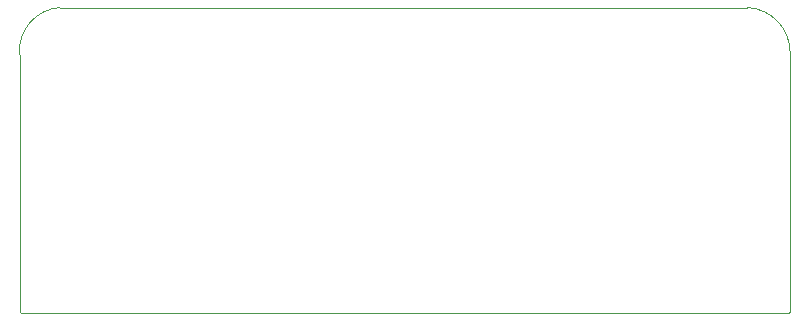
<source format=gbr>
G04*
G04 #@! TF.GenerationSoftware,Altium Limited,Altium Designer,24.8.2 (39)*
G04*
G04 Layer_Color=0*
%FSLAX25Y25*%
%MOIN*%
G70*
G04*
G04 #@! TF.SameCoordinates,CBBCE14F-D53E-4E5E-9298-E108D83DD630*
G04*
G04*
G04 #@! TF.FilePolarity,Positive*
G04*
G01*
G75*
%ADD26C,0.00100*%
D26*
X64961Y184605D02*
X66000D01*
X320835Y184605D01*
D02*
G03*
X321230Y185000I0J395D01*
G01*
Y270652D01*
X321336Y270940D01*
D02*
G03*
X321349Y271563I-14938J623D01*
G01*
D02*
G03*
X307021Y286501I-14951J0D01*
G01*
X306691Y286395D01*
X78309D01*
X77964Y286500D01*
D02*
G03*
X64460Y270925I1036J-14540D01*
G01*
X64565Y270652D01*
Y185000D01*
D02*
G03*
X64961Y184605I395J0D01*
G01*
M02*

</source>
